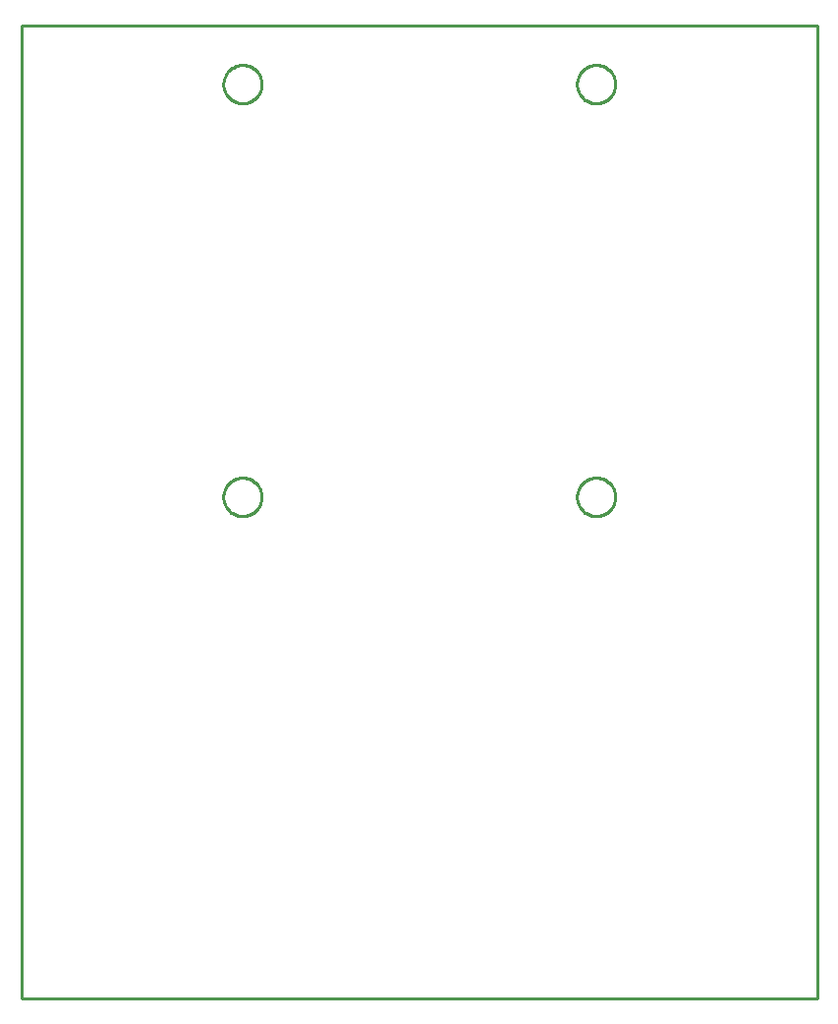
<source format=gbr>
G04 EAGLE Gerber RS-274X export*
G75*
%MOMM*%
%FSLAX34Y34*%
%LPD*%
%IN*%
%IPPOS*%
%AMOC8*
5,1,8,0,0,1.08239X$1,22.5*%
G01*
%ADD10C,0.254000*%


D10*
X0Y0D02*
X685800Y0D01*
X685800Y838200D01*
X0Y838200D01*
X0Y0D01*
X174000Y432340D02*
X174071Y433418D01*
X174212Y434489D01*
X174422Y435549D01*
X174702Y436592D01*
X175049Y437615D01*
X175463Y438613D01*
X175941Y439582D01*
X176481Y440518D01*
X177081Y441416D01*
X177739Y442273D01*
X178451Y443085D01*
X179215Y443849D01*
X180027Y444562D01*
X180884Y445219D01*
X181782Y445819D01*
X182718Y446360D01*
X183687Y446837D01*
X184685Y447251D01*
X185708Y447598D01*
X186751Y447878D01*
X187811Y448088D01*
X188882Y448229D01*
X189960Y448300D01*
X191040Y448300D01*
X192118Y448229D01*
X193189Y448088D01*
X194249Y447878D01*
X195292Y447598D01*
X196315Y447251D01*
X197313Y446837D01*
X198282Y446360D01*
X199218Y445819D01*
X200116Y445219D01*
X200973Y444562D01*
X201785Y443849D01*
X202549Y443085D01*
X203262Y442273D01*
X203919Y441416D01*
X204519Y440518D01*
X205060Y439582D01*
X205537Y438613D01*
X205951Y437615D01*
X206298Y436592D01*
X206578Y435549D01*
X206788Y434489D01*
X206929Y433418D01*
X207000Y432340D01*
X207000Y431260D01*
X206929Y430182D01*
X206788Y429111D01*
X206578Y428051D01*
X206298Y427008D01*
X205951Y425985D01*
X205537Y424987D01*
X205060Y424018D01*
X204519Y423082D01*
X203919Y422184D01*
X203262Y421327D01*
X202549Y420515D01*
X201785Y419751D01*
X200973Y419039D01*
X200116Y418381D01*
X199218Y417781D01*
X198282Y417241D01*
X197313Y416763D01*
X196315Y416349D01*
X195292Y416002D01*
X194249Y415722D01*
X193189Y415512D01*
X192118Y415371D01*
X191040Y415300D01*
X189960Y415300D01*
X188882Y415371D01*
X187811Y415512D01*
X186751Y415722D01*
X185708Y416002D01*
X184685Y416349D01*
X183687Y416763D01*
X182718Y417241D01*
X181782Y417781D01*
X180884Y418381D01*
X180027Y419039D01*
X179215Y419751D01*
X178451Y420515D01*
X177739Y421327D01*
X177081Y422184D01*
X176481Y423082D01*
X175941Y424018D01*
X175463Y424987D01*
X175049Y425985D01*
X174702Y427008D01*
X174422Y428051D01*
X174212Y429111D01*
X174071Y430182D01*
X174000Y431260D01*
X174000Y432340D01*
X478800Y432340D02*
X478871Y433418D01*
X479012Y434489D01*
X479222Y435549D01*
X479502Y436592D01*
X479849Y437615D01*
X480263Y438613D01*
X480741Y439582D01*
X481281Y440518D01*
X481881Y441416D01*
X482539Y442273D01*
X483251Y443085D01*
X484015Y443849D01*
X484827Y444562D01*
X485684Y445219D01*
X486582Y445819D01*
X487518Y446360D01*
X488487Y446837D01*
X489485Y447251D01*
X490508Y447598D01*
X491551Y447878D01*
X492611Y448088D01*
X493682Y448229D01*
X494760Y448300D01*
X495840Y448300D01*
X496918Y448229D01*
X497989Y448088D01*
X499049Y447878D01*
X500092Y447598D01*
X501115Y447251D01*
X502113Y446837D01*
X503082Y446360D01*
X504018Y445819D01*
X504916Y445219D01*
X505773Y444562D01*
X506585Y443849D01*
X507349Y443085D01*
X508062Y442273D01*
X508719Y441416D01*
X509319Y440518D01*
X509860Y439582D01*
X510337Y438613D01*
X510751Y437615D01*
X511098Y436592D01*
X511378Y435549D01*
X511588Y434489D01*
X511729Y433418D01*
X511800Y432340D01*
X511800Y431260D01*
X511729Y430182D01*
X511588Y429111D01*
X511378Y428051D01*
X511098Y427008D01*
X510751Y425985D01*
X510337Y424987D01*
X509860Y424018D01*
X509319Y423082D01*
X508719Y422184D01*
X508062Y421327D01*
X507349Y420515D01*
X506585Y419751D01*
X505773Y419039D01*
X504916Y418381D01*
X504018Y417781D01*
X503082Y417241D01*
X502113Y416763D01*
X501115Y416349D01*
X500092Y416002D01*
X499049Y415722D01*
X497989Y415512D01*
X496918Y415371D01*
X495840Y415300D01*
X494760Y415300D01*
X493682Y415371D01*
X492611Y415512D01*
X491551Y415722D01*
X490508Y416002D01*
X489485Y416349D01*
X488487Y416763D01*
X487518Y417241D01*
X486582Y417781D01*
X485684Y418381D01*
X484827Y419039D01*
X484015Y419751D01*
X483251Y420515D01*
X482539Y421327D01*
X481881Y422184D01*
X481281Y423082D01*
X480741Y424018D01*
X480263Y424987D01*
X479849Y425985D01*
X479502Y427008D01*
X479222Y428051D01*
X479012Y429111D01*
X478871Y430182D01*
X478800Y431260D01*
X478800Y432340D01*
X174740Y782484D02*
X174452Y783525D01*
X174233Y784583D01*
X174084Y785653D01*
X174005Y786730D01*
X173996Y787811D01*
X174058Y788889D01*
X174191Y789961D01*
X174393Y791022D01*
X174665Y792068D01*
X175004Y793094D01*
X175410Y794095D01*
X175880Y795068D01*
X176413Y796007D01*
X177006Y796910D01*
X177657Y797773D01*
X178363Y798590D01*
X179120Y799360D01*
X179927Y800079D01*
X180779Y800743D01*
X181672Y801350D01*
X182604Y801898D01*
X183569Y802383D01*
X184564Y802805D01*
X185584Y803160D01*
X186625Y803448D01*
X187683Y803667D01*
X188753Y803816D01*
X189830Y803895D01*
X190911Y803904D01*
X191989Y803842D01*
X193061Y803709D01*
X194122Y803507D01*
X195168Y803235D01*
X196194Y802896D01*
X197195Y802490D01*
X198168Y802020D01*
X199107Y801487D01*
X200010Y800894D01*
X200873Y800243D01*
X201690Y799537D01*
X202460Y798780D01*
X203179Y797973D01*
X203843Y797121D01*
X204450Y796228D01*
X204998Y795296D01*
X205483Y794331D01*
X205905Y793336D01*
X206260Y792316D01*
X206548Y791275D01*
X206767Y790217D01*
X206916Y789147D01*
X206995Y788070D01*
X207004Y786989D01*
X206942Y785911D01*
X206809Y784839D01*
X206607Y783778D01*
X206335Y782732D01*
X205996Y781706D01*
X205590Y780705D01*
X205120Y779732D01*
X204587Y778793D01*
X203994Y777890D01*
X203343Y777027D01*
X202637Y776210D01*
X201880Y775440D01*
X201073Y774721D01*
X200221Y774057D01*
X199328Y773450D01*
X198396Y772902D01*
X197431Y772417D01*
X196436Y771995D01*
X195416Y771640D01*
X194375Y771352D01*
X193317Y771133D01*
X192247Y770984D01*
X191170Y770905D01*
X190089Y770896D01*
X189011Y770958D01*
X187939Y771091D01*
X186878Y771293D01*
X185832Y771565D01*
X184806Y771904D01*
X183805Y772310D01*
X182832Y772780D01*
X181893Y773313D01*
X180990Y773906D01*
X180127Y774557D01*
X179310Y775263D01*
X178540Y776020D01*
X177821Y776827D01*
X177157Y777679D01*
X176550Y778572D01*
X176002Y779504D01*
X175517Y780469D01*
X175095Y781464D01*
X174740Y782484D01*
X478800Y787940D02*
X478871Y789018D01*
X479012Y790089D01*
X479222Y791149D01*
X479502Y792192D01*
X479849Y793215D01*
X480263Y794213D01*
X480741Y795182D01*
X481281Y796118D01*
X481881Y797016D01*
X482539Y797873D01*
X483251Y798685D01*
X484015Y799449D01*
X484827Y800162D01*
X485684Y800819D01*
X486582Y801419D01*
X487518Y801960D01*
X488487Y802437D01*
X489485Y802851D01*
X490508Y803198D01*
X491551Y803478D01*
X492611Y803688D01*
X493682Y803829D01*
X494760Y803900D01*
X495840Y803900D01*
X496918Y803829D01*
X497989Y803688D01*
X499049Y803478D01*
X500092Y803198D01*
X501115Y802851D01*
X502113Y802437D01*
X503082Y801960D01*
X504018Y801419D01*
X504916Y800819D01*
X505773Y800162D01*
X506585Y799449D01*
X507349Y798685D01*
X508062Y797873D01*
X508719Y797016D01*
X509319Y796118D01*
X509860Y795182D01*
X510337Y794213D01*
X510751Y793215D01*
X511098Y792192D01*
X511378Y791149D01*
X511588Y790089D01*
X511729Y789018D01*
X511800Y787940D01*
X511800Y786860D01*
X511729Y785782D01*
X511588Y784711D01*
X511378Y783651D01*
X511098Y782608D01*
X510751Y781585D01*
X510337Y780587D01*
X509860Y779618D01*
X509319Y778682D01*
X508719Y777784D01*
X508062Y776927D01*
X507349Y776115D01*
X506585Y775351D01*
X505773Y774639D01*
X504916Y773981D01*
X504018Y773381D01*
X503082Y772841D01*
X502113Y772363D01*
X501115Y771949D01*
X500092Y771602D01*
X499049Y771322D01*
X497989Y771112D01*
X496918Y770971D01*
X495840Y770900D01*
X494760Y770900D01*
X493682Y770971D01*
X492611Y771112D01*
X491551Y771322D01*
X490508Y771602D01*
X489485Y771949D01*
X488487Y772363D01*
X487518Y772841D01*
X486582Y773381D01*
X485684Y773981D01*
X484827Y774639D01*
X484015Y775351D01*
X483251Y776115D01*
X482539Y776927D01*
X481881Y777784D01*
X481281Y778682D01*
X480741Y779618D01*
X480263Y780587D01*
X479849Y781585D01*
X479502Y782608D01*
X479222Y783651D01*
X479012Y784711D01*
X478871Y785782D01*
X478800Y786860D01*
X478800Y787940D01*
M02*

</source>
